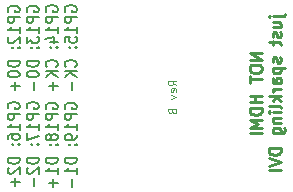
<source format=gbr>
%TF.GenerationSoftware,KiCad,Pcbnew,(6.0.7)*%
%TF.CreationDate,2022-09-16T05:20:12-07:00*%
%TF.ProjectId,dvi-sock,6476692d-736f-4636-9b2e-6b696361645f,rev?*%
%TF.SameCoordinates,Original*%
%TF.FileFunction,Legend,Bot*%
%TF.FilePolarity,Positive*%
%FSLAX46Y46*%
G04 Gerber Fmt 4.6, Leading zero omitted, Abs format (unit mm)*
G04 Created by KiCad (PCBNEW (6.0.7)) date 2022-09-16 05:20:12*
%MOMM*%
%LPD*%
G01*
G04 APERTURE LIST*
%ADD10C,0.250000*%
%ADD11C,0.130000*%
%ADD12C,0.120000*%
G04 APERTURE END LIST*
D10*
X165128380Y-81329638D02*
X164128380Y-81329638D01*
X165128380Y-81901066D01*
X164128380Y-81901066D01*
X164128380Y-82567733D02*
X164128380Y-82758209D01*
X164176000Y-82853447D01*
X164271238Y-82948685D01*
X164461714Y-82996304D01*
X164795047Y-82996304D01*
X164985523Y-82948685D01*
X165080761Y-82853447D01*
X165128380Y-82758209D01*
X165128380Y-82567733D01*
X165080761Y-82472495D01*
X164985523Y-82377257D01*
X164795047Y-82329638D01*
X164461714Y-82329638D01*
X164271238Y-82377257D01*
X164176000Y-82472495D01*
X164128380Y-82567733D01*
X164128380Y-83282019D02*
X164128380Y-83853447D01*
X165128380Y-83567733D02*
X164128380Y-83567733D01*
X165128380Y-84948685D02*
X164128380Y-84948685D01*
X164604571Y-84948685D02*
X164604571Y-85520114D01*
X165128380Y-85520114D02*
X164128380Y-85520114D01*
X165128380Y-85996304D02*
X164128380Y-85996304D01*
X164128380Y-86234400D01*
X164176000Y-86377257D01*
X164271238Y-86472495D01*
X164366476Y-86520114D01*
X164556952Y-86567733D01*
X164699809Y-86567733D01*
X164890285Y-86520114D01*
X164985523Y-86472495D01*
X165080761Y-86377257D01*
X165128380Y-86234400D01*
X165128380Y-85996304D01*
X165128380Y-86996304D02*
X164128380Y-86996304D01*
X164842666Y-87329638D01*
X164128380Y-87662971D01*
X165128380Y-87662971D01*
X165128380Y-88139161D02*
X164128380Y-88139161D01*
X166071714Y-78234400D02*
X166928857Y-78234400D01*
X167024095Y-78186780D01*
X167071714Y-78091542D01*
X167071714Y-78043923D01*
X165738380Y-78234400D02*
X165786000Y-78186780D01*
X165833619Y-78234400D01*
X165786000Y-78282019D01*
X165738380Y-78234400D01*
X165833619Y-78234400D01*
X166071714Y-79139161D02*
X166738380Y-79139161D01*
X166071714Y-78710590D02*
X166595523Y-78710590D01*
X166690761Y-78758209D01*
X166738380Y-78853447D01*
X166738380Y-78996304D01*
X166690761Y-79091542D01*
X166643142Y-79139161D01*
X166690761Y-79567733D02*
X166738380Y-79662971D01*
X166738380Y-79853447D01*
X166690761Y-79948685D01*
X166595523Y-79996304D01*
X166547904Y-79996304D01*
X166452666Y-79948685D01*
X166405047Y-79853447D01*
X166405047Y-79710590D01*
X166357428Y-79615352D01*
X166262190Y-79567733D01*
X166214571Y-79567733D01*
X166119333Y-79615352D01*
X166071714Y-79710590D01*
X166071714Y-79853447D01*
X166119333Y-79948685D01*
X166071714Y-80282019D02*
X166071714Y-80662971D01*
X165738380Y-80424876D02*
X166595523Y-80424876D01*
X166690761Y-80472495D01*
X166738380Y-80567733D01*
X166738380Y-80662971D01*
X166690761Y-81710590D02*
X166738380Y-81805828D01*
X166738380Y-81996304D01*
X166690761Y-82091542D01*
X166595523Y-82139161D01*
X166547904Y-82139161D01*
X166452666Y-82091542D01*
X166405047Y-81996304D01*
X166405047Y-81853447D01*
X166357428Y-81758209D01*
X166262190Y-81710590D01*
X166214571Y-81710590D01*
X166119333Y-81758209D01*
X166071714Y-81853447D01*
X166071714Y-81996304D01*
X166119333Y-82091542D01*
X166071714Y-82567733D02*
X167071714Y-82567733D01*
X166119333Y-82567733D02*
X166071714Y-82662971D01*
X166071714Y-82853447D01*
X166119333Y-82948685D01*
X166166952Y-82996304D01*
X166262190Y-83043923D01*
X166547904Y-83043923D01*
X166643142Y-82996304D01*
X166690761Y-82948685D01*
X166738380Y-82853447D01*
X166738380Y-82662971D01*
X166690761Y-82567733D01*
X166738380Y-83901066D02*
X166214571Y-83901066D01*
X166119333Y-83853447D01*
X166071714Y-83758209D01*
X166071714Y-83567733D01*
X166119333Y-83472495D01*
X166690761Y-83901066D02*
X166738380Y-83805828D01*
X166738380Y-83567733D01*
X166690761Y-83472495D01*
X166595523Y-83424876D01*
X166500285Y-83424876D01*
X166405047Y-83472495D01*
X166357428Y-83567733D01*
X166357428Y-83805828D01*
X166309809Y-83901066D01*
X166738380Y-84377257D02*
X166071714Y-84377257D01*
X166262190Y-84377257D02*
X166166952Y-84424876D01*
X166119333Y-84472495D01*
X166071714Y-84567733D01*
X166071714Y-84662971D01*
X166738380Y-84996304D02*
X165738380Y-84996304D01*
X166357428Y-85091542D02*
X166738380Y-85377257D01*
X166071714Y-85377257D02*
X166452666Y-84996304D01*
X166738380Y-85948685D02*
X166690761Y-85853447D01*
X166595523Y-85805828D01*
X165738380Y-85805828D01*
X166738380Y-86329638D02*
X166071714Y-86329638D01*
X165738380Y-86329638D02*
X165786000Y-86282019D01*
X165833619Y-86329638D01*
X165786000Y-86377257D01*
X165738380Y-86329638D01*
X165833619Y-86329638D01*
X166071714Y-86805828D02*
X166738380Y-86805828D01*
X166166952Y-86805828D02*
X166119333Y-86853447D01*
X166071714Y-86948685D01*
X166071714Y-87091542D01*
X166119333Y-87186780D01*
X166214571Y-87234400D01*
X166738380Y-87234400D01*
X166071714Y-88139161D02*
X166881238Y-88139161D01*
X166976476Y-88091542D01*
X167024095Y-88043923D01*
X167071714Y-87948685D01*
X167071714Y-87805828D01*
X167024095Y-87710590D01*
X166690761Y-88139161D02*
X166738380Y-88043923D01*
X166738380Y-87853447D01*
X166690761Y-87758209D01*
X166643142Y-87710590D01*
X166547904Y-87662971D01*
X166262190Y-87662971D01*
X166166952Y-87710590D01*
X166119333Y-87758209D01*
X166071714Y-87853447D01*
X166071714Y-88043923D01*
X166119333Y-88139161D01*
X166738380Y-89377257D02*
X165738380Y-89377257D01*
X165738380Y-89615352D01*
X165786000Y-89758209D01*
X165881238Y-89853447D01*
X165976476Y-89901066D01*
X166166952Y-89948685D01*
X166309809Y-89948685D01*
X166500285Y-89901066D01*
X166595523Y-89853447D01*
X166690761Y-89758209D01*
X166738380Y-89615352D01*
X166738380Y-89377257D01*
X165738380Y-90234400D02*
X166738380Y-90567733D01*
X165738380Y-90901066D01*
X166738380Y-91234399D02*
X165738380Y-91234399D01*
D11*
X143685000Y-77842857D02*
X143637380Y-77757142D01*
X143637380Y-77628571D01*
X143685000Y-77500000D01*
X143780238Y-77414285D01*
X143875476Y-77371428D01*
X144065952Y-77328571D01*
X144208809Y-77328571D01*
X144399285Y-77371428D01*
X144494523Y-77414285D01*
X144589761Y-77500000D01*
X144637380Y-77628571D01*
X144637380Y-77714285D01*
X144589761Y-77842857D01*
X144542142Y-77885714D01*
X144208809Y-77885714D01*
X144208809Y-77714285D01*
X144637380Y-78271428D02*
X143637380Y-78271428D01*
X143637380Y-78614285D01*
X143685000Y-78700000D01*
X143732619Y-78742857D01*
X143827857Y-78785714D01*
X143970714Y-78785714D01*
X144065952Y-78742857D01*
X144113571Y-78700000D01*
X144161190Y-78614285D01*
X144161190Y-78271428D01*
X144637380Y-79642857D02*
X144637380Y-79128571D01*
X144637380Y-79385714D02*
X143637380Y-79385714D01*
X143780238Y-79300000D01*
X143875476Y-79214285D01*
X143923095Y-79128571D01*
X143732619Y-79985714D02*
X143685000Y-80028571D01*
X143637380Y-80114285D01*
X143637380Y-80328571D01*
X143685000Y-80414285D01*
X143732619Y-80457142D01*
X143827857Y-80500000D01*
X143923095Y-80500000D01*
X144065952Y-80457142D01*
X144637380Y-79942857D01*
X144637380Y-80500000D01*
X144542142Y-80885714D02*
X144589761Y-80928571D01*
X144637380Y-80885714D01*
X144589761Y-80842857D01*
X144542142Y-80885714D01*
X144637380Y-80885714D01*
X144018333Y-80885714D02*
X144065952Y-80928571D01*
X144113571Y-80885714D01*
X144065952Y-80842857D01*
X144018333Y-80885714D01*
X144113571Y-80885714D01*
X144637380Y-82000000D02*
X143637380Y-82000000D01*
X143637380Y-82214285D01*
X143685000Y-82342857D01*
X143780238Y-82428571D01*
X143875476Y-82471428D01*
X144065952Y-82514285D01*
X144208809Y-82514285D01*
X144399285Y-82471428D01*
X144494523Y-82428571D01*
X144589761Y-82342857D01*
X144637380Y-82214285D01*
X144637380Y-82000000D01*
X143637380Y-83071428D02*
X143637380Y-83157142D01*
X143685000Y-83242857D01*
X143732619Y-83285714D01*
X143827857Y-83328571D01*
X144018333Y-83371428D01*
X144256428Y-83371428D01*
X144446904Y-83328571D01*
X144542142Y-83285714D01*
X144589761Y-83242857D01*
X144637380Y-83157142D01*
X144637380Y-83071428D01*
X144589761Y-82985714D01*
X144542142Y-82942857D01*
X144446904Y-82900000D01*
X144256428Y-82857142D01*
X144018333Y-82857142D01*
X143827857Y-82900000D01*
X143732619Y-82942857D01*
X143685000Y-82985714D01*
X143637380Y-83071428D01*
X144256428Y-83757142D02*
X144256428Y-84442857D01*
X144637380Y-84100000D02*
X143875476Y-84100000D01*
X143685000Y-86028571D02*
X143637380Y-85942857D01*
X143637380Y-85814285D01*
X143685000Y-85685714D01*
X143780238Y-85600000D01*
X143875476Y-85557142D01*
X144065952Y-85514285D01*
X144208809Y-85514285D01*
X144399285Y-85557142D01*
X144494523Y-85600000D01*
X144589761Y-85685714D01*
X144637380Y-85814285D01*
X144637380Y-85900000D01*
X144589761Y-86028571D01*
X144542142Y-86071428D01*
X144208809Y-86071428D01*
X144208809Y-85900000D01*
X144637380Y-86457142D02*
X143637380Y-86457142D01*
X143637380Y-86800000D01*
X143685000Y-86885714D01*
X143732619Y-86928571D01*
X143827857Y-86971428D01*
X143970714Y-86971428D01*
X144065952Y-86928571D01*
X144113571Y-86885714D01*
X144161190Y-86800000D01*
X144161190Y-86457142D01*
X144637380Y-87828571D02*
X144637380Y-87314285D01*
X144637380Y-87571428D02*
X143637380Y-87571428D01*
X143780238Y-87485714D01*
X143875476Y-87400000D01*
X143923095Y-87314285D01*
X143637380Y-88600000D02*
X143637380Y-88428571D01*
X143685000Y-88342857D01*
X143732619Y-88300000D01*
X143875476Y-88214285D01*
X144065952Y-88171428D01*
X144446904Y-88171428D01*
X144542142Y-88214285D01*
X144589761Y-88257142D01*
X144637380Y-88342857D01*
X144637380Y-88514285D01*
X144589761Y-88600000D01*
X144542142Y-88642857D01*
X144446904Y-88685714D01*
X144208809Y-88685714D01*
X144113571Y-88642857D01*
X144065952Y-88600000D01*
X144018333Y-88514285D01*
X144018333Y-88342857D01*
X144065952Y-88257142D01*
X144113571Y-88214285D01*
X144208809Y-88171428D01*
X144542142Y-89071428D02*
X144589761Y-89114285D01*
X144637380Y-89071428D01*
X144589761Y-89028571D01*
X144542142Y-89071428D01*
X144637380Y-89071428D01*
X144018333Y-89071428D02*
X144065952Y-89114285D01*
X144113571Y-89071428D01*
X144065952Y-89028571D01*
X144018333Y-89071428D01*
X144113571Y-89071428D01*
X144637380Y-90185714D02*
X143637380Y-90185714D01*
X143637380Y-90400000D01*
X143685000Y-90528571D01*
X143780238Y-90614285D01*
X143875476Y-90657142D01*
X144065952Y-90700000D01*
X144208809Y-90700000D01*
X144399285Y-90657142D01*
X144494523Y-90614285D01*
X144589761Y-90528571D01*
X144637380Y-90400000D01*
X144637380Y-90185714D01*
X143732619Y-91042857D02*
X143685000Y-91085714D01*
X143637380Y-91171428D01*
X143637380Y-91385714D01*
X143685000Y-91471428D01*
X143732619Y-91514285D01*
X143827857Y-91557142D01*
X143923095Y-91557142D01*
X144065952Y-91514285D01*
X144637380Y-91000000D01*
X144637380Y-91557142D01*
X144256428Y-91942857D02*
X144256428Y-92628571D01*
X144637380Y-92285714D02*
X143875476Y-92285714D01*
X145295000Y-77842857D02*
X145247380Y-77757142D01*
X145247380Y-77628571D01*
X145295000Y-77500000D01*
X145390238Y-77414285D01*
X145485476Y-77371428D01*
X145675952Y-77328571D01*
X145818809Y-77328571D01*
X146009285Y-77371428D01*
X146104523Y-77414285D01*
X146199761Y-77500000D01*
X146247380Y-77628571D01*
X146247380Y-77714285D01*
X146199761Y-77842857D01*
X146152142Y-77885714D01*
X145818809Y-77885714D01*
X145818809Y-77714285D01*
X146247380Y-78271428D02*
X145247380Y-78271428D01*
X145247380Y-78614285D01*
X145295000Y-78700000D01*
X145342619Y-78742857D01*
X145437857Y-78785714D01*
X145580714Y-78785714D01*
X145675952Y-78742857D01*
X145723571Y-78700000D01*
X145771190Y-78614285D01*
X145771190Y-78271428D01*
X146247380Y-79642857D02*
X146247380Y-79128571D01*
X146247380Y-79385714D02*
X145247380Y-79385714D01*
X145390238Y-79300000D01*
X145485476Y-79214285D01*
X145533095Y-79128571D01*
X145247380Y-79942857D02*
X145247380Y-80500000D01*
X145628333Y-80200000D01*
X145628333Y-80328571D01*
X145675952Y-80414285D01*
X145723571Y-80457142D01*
X145818809Y-80500000D01*
X146056904Y-80500000D01*
X146152142Y-80457142D01*
X146199761Y-80414285D01*
X146247380Y-80328571D01*
X146247380Y-80071428D01*
X146199761Y-79985714D01*
X146152142Y-79942857D01*
X146152142Y-80885714D02*
X146199761Y-80928571D01*
X146247380Y-80885714D01*
X146199761Y-80842857D01*
X146152142Y-80885714D01*
X146247380Y-80885714D01*
X145628333Y-80885714D02*
X145675952Y-80928571D01*
X145723571Y-80885714D01*
X145675952Y-80842857D01*
X145628333Y-80885714D01*
X145723571Y-80885714D01*
X146247380Y-82000000D02*
X145247380Y-82000000D01*
X145247380Y-82214285D01*
X145295000Y-82342857D01*
X145390238Y-82428571D01*
X145485476Y-82471428D01*
X145675952Y-82514285D01*
X145818809Y-82514285D01*
X146009285Y-82471428D01*
X146104523Y-82428571D01*
X146199761Y-82342857D01*
X146247380Y-82214285D01*
X146247380Y-82000000D01*
X145247380Y-83071428D02*
X145247380Y-83157142D01*
X145295000Y-83242857D01*
X145342619Y-83285714D01*
X145437857Y-83328571D01*
X145628333Y-83371428D01*
X145866428Y-83371428D01*
X146056904Y-83328571D01*
X146152142Y-83285714D01*
X146199761Y-83242857D01*
X146247380Y-83157142D01*
X146247380Y-83071428D01*
X146199761Y-82985714D01*
X146152142Y-82942857D01*
X146056904Y-82900000D01*
X145866428Y-82857142D01*
X145628333Y-82857142D01*
X145437857Y-82900000D01*
X145342619Y-82942857D01*
X145295000Y-82985714D01*
X145247380Y-83071428D01*
X145866428Y-83757142D02*
X145866428Y-84442857D01*
X145295000Y-86028571D02*
X145247380Y-85942857D01*
X145247380Y-85814285D01*
X145295000Y-85685714D01*
X145390238Y-85600000D01*
X145485476Y-85557142D01*
X145675952Y-85514285D01*
X145818809Y-85514285D01*
X146009285Y-85557142D01*
X146104523Y-85600000D01*
X146199761Y-85685714D01*
X146247380Y-85814285D01*
X146247380Y-85900000D01*
X146199761Y-86028571D01*
X146152142Y-86071428D01*
X145818809Y-86071428D01*
X145818809Y-85900000D01*
X146247380Y-86457142D02*
X145247380Y-86457142D01*
X145247380Y-86800000D01*
X145295000Y-86885714D01*
X145342619Y-86928571D01*
X145437857Y-86971428D01*
X145580714Y-86971428D01*
X145675952Y-86928571D01*
X145723571Y-86885714D01*
X145771190Y-86800000D01*
X145771190Y-86457142D01*
X146247380Y-87828571D02*
X146247380Y-87314285D01*
X146247380Y-87571428D02*
X145247380Y-87571428D01*
X145390238Y-87485714D01*
X145485476Y-87400000D01*
X145533095Y-87314285D01*
X145247380Y-88128571D02*
X145247380Y-88728571D01*
X146247380Y-88342857D01*
X146152142Y-89071428D02*
X146199761Y-89114285D01*
X146247380Y-89071428D01*
X146199761Y-89028571D01*
X146152142Y-89071428D01*
X146247380Y-89071428D01*
X145628333Y-89071428D02*
X145675952Y-89114285D01*
X145723571Y-89071428D01*
X145675952Y-89028571D01*
X145628333Y-89071428D01*
X145723571Y-89071428D01*
X146247380Y-90185714D02*
X145247380Y-90185714D01*
X145247380Y-90400000D01*
X145295000Y-90528571D01*
X145390238Y-90614285D01*
X145485476Y-90657142D01*
X145675952Y-90700000D01*
X145818809Y-90700000D01*
X146009285Y-90657142D01*
X146104523Y-90614285D01*
X146199761Y-90528571D01*
X146247380Y-90400000D01*
X146247380Y-90185714D01*
X145342619Y-91042857D02*
X145295000Y-91085714D01*
X145247380Y-91171428D01*
X145247380Y-91385714D01*
X145295000Y-91471428D01*
X145342619Y-91514285D01*
X145437857Y-91557142D01*
X145533095Y-91557142D01*
X145675952Y-91514285D01*
X146247380Y-91000000D01*
X146247380Y-91557142D01*
X145866428Y-91942857D02*
X145866428Y-92628571D01*
X146905000Y-77821428D02*
X146857380Y-77735714D01*
X146857380Y-77607142D01*
X146905000Y-77478571D01*
X147000238Y-77392857D01*
X147095476Y-77350000D01*
X147285952Y-77307142D01*
X147428809Y-77307142D01*
X147619285Y-77350000D01*
X147714523Y-77392857D01*
X147809761Y-77478571D01*
X147857380Y-77607142D01*
X147857380Y-77692857D01*
X147809761Y-77821428D01*
X147762142Y-77864285D01*
X147428809Y-77864285D01*
X147428809Y-77692857D01*
X147857380Y-78250000D02*
X146857380Y-78250000D01*
X146857380Y-78592857D01*
X146905000Y-78678571D01*
X146952619Y-78721428D01*
X147047857Y-78764285D01*
X147190714Y-78764285D01*
X147285952Y-78721428D01*
X147333571Y-78678571D01*
X147381190Y-78592857D01*
X147381190Y-78250000D01*
X147857380Y-79621428D02*
X147857380Y-79107142D01*
X147857380Y-79364285D02*
X146857380Y-79364285D01*
X147000238Y-79278571D01*
X147095476Y-79192857D01*
X147143095Y-79107142D01*
X147190714Y-80392857D02*
X147857380Y-80392857D01*
X146809761Y-80178571D02*
X147524047Y-79964285D01*
X147524047Y-80521428D01*
X147762142Y-80864285D02*
X147809761Y-80907142D01*
X147857380Y-80864285D01*
X147809761Y-80821428D01*
X147762142Y-80864285D01*
X147857380Y-80864285D01*
X147238333Y-80864285D02*
X147285952Y-80907142D01*
X147333571Y-80864285D01*
X147285952Y-80821428D01*
X147238333Y-80864285D01*
X147333571Y-80864285D01*
X147762142Y-82492857D02*
X147809761Y-82450000D01*
X147857380Y-82321428D01*
X147857380Y-82235714D01*
X147809761Y-82107142D01*
X147714523Y-82021428D01*
X147619285Y-81978571D01*
X147428809Y-81935714D01*
X147285952Y-81935714D01*
X147095476Y-81978571D01*
X147000238Y-82021428D01*
X146905000Y-82107142D01*
X146857380Y-82235714D01*
X146857380Y-82321428D01*
X146905000Y-82450000D01*
X146952619Y-82492857D01*
X147857380Y-82878571D02*
X146857380Y-82878571D01*
X147857380Y-83392857D02*
X147285952Y-83007142D01*
X146857380Y-83392857D02*
X147428809Y-82878571D01*
X147476428Y-83778571D02*
X147476428Y-84464285D01*
X147857380Y-84121428D02*
X147095476Y-84121428D01*
X146905000Y-86050000D02*
X146857380Y-85964285D01*
X146857380Y-85835714D01*
X146905000Y-85707142D01*
X147000238Y-85621428D01*
X147095476Y-85578571D01*
X147285952Y-85535714D01*
X147428809Y-85535714D01*
X147619285Y-85578571D01*
X147714523Y-85621428D01*
X147809761Y-85707142D01*
X147857380Y-85835714D01*
X147857380Y-85921428D01*
X147809761Y-86050000D01*
X147762142Y-86092857D01*
X147428809Y-86092857D01*
X147428809Y-85921428D01*
X147857380Y-86478571D02*
X146857380Y-86478571D01*
X146857380Y-86821428D01*
X146905000Y-86907142D01*
X146952619Y-86950000D01*
X147047857Y-86992857D01*
X147190714Y-86992857D01*
X147285952Y-86950000D01*
X147333571Y-86907142D01*
X147381190Y-86821428D01*
X147381190Y-86478571D01*
X147857380Y-87850000D02*
X147857380Y-87335714D01*
X147857380Y-87592857D02*
X146857380Y-87592857D01*
X147000238Y-87507142D01*
X147095476Y-87421428D01*
X147143095Y-87335714D01*
X147285952Y-88364285D02*
X147238333Y-88278571D01*
X147190714Y-88235714D01*
X147095476Y-88192857D01*
X147047857Y-88192857D01*
X146952619Y-88235714D01*
X146905000Y-88278571D01*
X146857380Y-88364285D01*
X146857380Y-88535714D01*
X146905000Y-88621428D01*
X146952619Y-88664285D01*
X147047857Y-88707142D01*
X147095476Y-88707142D01*
X147190714Y-88664285D01*
X147238333Y-88621428D01*
X147285952Y-88535714D01*
X147285952Y-88364285D01*
X147333571Y-88278571D01*
X147381190Y-88235714D01*
X147476428Y-88192857D01*
X147666904Y-88192857D01*
X147762142Y-88235714D01*
X147809761Y-88278571D01*
X147857380Y-88364285D01*
X147857380Y-88535714D01*
X147809761Y-88621428D01*
X147762142Y-88664285D01*
X147666904Y-88707142D01*
X147476428Y-88707142D01*
X147381190Y-88664285D01*
X147333571Y-88621428D01*
X147285952Y-88535714D01*
X147762142Y-89092857D02*
X147809761Y-89135714D01*
X147857380Y-89092857D01*
X147809761Y-89050000D01*
X147762142Y-89092857D01*
X147857380Y-89092857D01*
X147238333Y-89092857D02*
X147285952Y-89135714D01*
X147333571Y-89092857D01*
X147285952Y-89050000D01*
X147238333Y-89092857D01*
X147333571Y-89092857D01*
X147857380Y-90207142D02*
X146857380Y-90207142D01*
X146857380Y-90421428D01*
X146905000Y-90550000D01*
X147000238Y-90635714D01*
X147095476Y-90678571D01*
X147285952Y-90721428D01*
X147428809Y-90721428D01*
X147619285Y-90678571D01*
X147714523Y-90635714D01*
X147809761Y-90550000D01*
X147857380Y-90421428D01*
X147857380Y-90207142D01*
X147857380Y-91578571D02*
X147857380Y-91064285D01*
X147857380Y-91321428D02*
X146857380Y-91321428D01*
X147000238Y-91235714D01*
X147095476Y-91150000D01*
X147143095Y-91064285D01*
X147476428Y-91964285D02*
X147476428Y-92650000D01*
X147857380Y-92307142D02*
X147095476Y-92307142D01*
X148515000Y-77821428D02*
X148467380Y-77735714D01*
X148467380Y-77607142D01*
X148515000Y-77478571D01*
X148610238Y-77392857D01*
X148705476Y-77350000D01*
X148895952Y-77307142D01*
X149038809Y-77307142D01*
X149229285Y-77350000D01*
X149324523Y-77392857D01*
X149419761Y-77478571D01*
X149467380Y-77607142D01*
X149467380Y-77692857D01*
X149419761Y-77821428D01*
X149372142Y-77864285D01*
X149038809Y-77864285D01*
X149038809Y-77692857D01*
X149467380Y-78250000D02*
X148467380Y-78250000D01*
X148467380Y-78592857D01*
X148515000Y-78678571D01*
X148562619Y-78721428D01*
X148657857Y-78764285D01*
X148800714Y-78764285D01*
X148895952Y-78721428D01*
X148943571Y-78678571D01*
X148991190Y-78592857D01*
X148991190Y-78250000D01*
X149467380Y-79621428D02*
X149467380Y-79107142D01*
X149467380Y-79364285D02*
X148467380Y-79364285D01*
X148610238Y-79278571D01*
X148705476Y-79192857D01*
X148753095Y-79107142D01*
X148467380Y-80435714D02*
X148467380Y-80007142D01*
X148943571Y-79964285D01*
X148895952Y-80007142D01*
X148848333Y-80092857D01*
X148848333Y-80307142D01*
X148895952Y-80392857D01*
X148943571Y-80435714D01*
X149038809Y-80478571D01*
X149276904Y-80478571D01*
X149372142Y-80435714D01*
X149419761Y-80392857D01*
X149467380Y-80307142D01*
X149467380Y-80092857D01*
X149419761Y-80007142D01*
X149372142Y-79964285D01*
X149372142Y-80864285D02*
X149419761Y-80907142D01*
X149467380Y-80864285D01*
X149419761Y-80821428D01*
X149372142Y-80864285D01*
X149467380Y-80864285D01*
X148848333Y-80864285D02*
X148895952Y-80907142D01*
X148943571Y-80864285D01*
X148895952Y-80821428D01*
X148848333Y-80864285D01*
X148943571Y-80864285D01*
X149372142Y-82492857D02*
X149419761Y-82450000D01*
X149467380Y-82321428D01*
X149467380Y-82235714D01*
X149419761Y-82107142D01*
X149324523Y-82021428D01*
X149229285Y-81978571D01*
X149038809Y-81935714D01*
X148895952Y-81935714D01*
X148705476Y-81978571D01*
X148610238Y-82021428D01*
X148515000Y-82107142D01*
X148467380Y-82235714D01*
X148467380Y-82321428D01*
X148515000Y-82450000D01*
X148562619Y-82492857D01*
X149467380Y-82878571D02*
X148467380Y-82878571D01*
X149467380Y-83392857D02*
X148895952Y-83007142D01*
X148467380Y-83392857D02*
X149038809Y-82878571D01*
X149086428Y-83778571D02*
X149086428Y-84464285D01*
X148515000Y-86050000D02*
X148467380Y-85964285D01*
X148467380Y-85835714D01*
X148515000Y-85707142D01*
X148610238Y-85621428D01*
X148705476Y-85578571D01*
X148895952Y-85535714D01*
X149038809Y-85535714D01*
X149229285Y-85578571D01*
X149324523Y-85621428D01*
X149419761Y-85707142D01*
X149467380Y-85835714D01*
X149467380Y-85921428D01*
X149419761Y-86050000D01*
X149372142Y-86092857D01*
X149038809Y-86092857D01*
X149038809Y-85921428D01*
X149467380Y-86478571D02*
X148467380Y-86478571D01*
X148467380Y-86821428D01*
X148515000Y-86907142D01*
X148562619Y-86950000D01*
X148657857Y-86992857D01*
X148800714Y-86992857D01*
X148895952Y-86950000D01*
X148943571Y-86907142D01*
X148991190Y-86821428D01*
X148991190Y-86478571D01*
X149467380Y-87850000D02*
X149467380Y-87335714D01*
X149467380Y-87592857D02*
X148467380Y-87592857D01*
X148610238Y-87507142D01*
X148705476Y-87421428D01*
X148753095Y-87335714D01*
X149467380Y-88278571D02*
X149467380Y-88450000D01*
X149419761Y-88535714D01*
X149372142Y-88578571D01*
X149229285Y-88664285D01*
X149038809Y-88707142D01*
X148657857Y-88707142D01*
X148562619Y-88664285D01*
X148515000Y-88621428D01*
X148467380Y-88535714D01*
X148467380Y-88364285D01*
X148515000Y-88278571D01*
X148562619Y-88235714D01*
X148657857Y-88192857D01*
X148895952Y-88192857D01*
X148991190Y-88235714D01*
X149038809Y-88278571D01*
X149086428Y-88364285D01*
X149086428Y-88535714D01*
X149038809Y-88621428D01*
X148991190Y-88664285D01*
X148895952Y-88707142D01*
X149372142Y-89092857D02*
X149419761Y-89135714D01*
X149467380Y-89092857D01*
X149419761Y-89050000D01*
X149372142Y-89092857D01*
X149467380Y-89092857D01*
X148848333Y-89092857D02*
X148895952Y-89135714D01*
X148943571Y-89092857D01*
X148895952Y-89050000D01*
X148848333Y-89092857D01*
X148943571Y-89092857D01*
X149467380Y-90207142D02*
X148467380Y-90207142D01*
X148467380Y-90421428D01*
X148515000Y-90550000D01*
X148610238Y-90635714D01*
X148705476Y-90678571D01*
X148895952Y-90721428D01*
X149038809Y-90721428D01*
X149229285Y-90678571D01*
X149324523Y-90635714D01*
X149419761Y-90550000D01*
X149467380Y-90421428D01*
X149467380Y-90207142D01*
X149467380Y-91578571D02*
X149467380Y-91064285D01*
X149467380Y-91321428D02*
X148467380Y-91321428D01*
X148610238Y-91235714D01*
X148705476Y-91150000D01*
X148753095Y-91064285D01*
X149086428Y-91964285D02*
X149086428Y-92650000D01*
D12*
X157923666Y-84072533D02*
X157590333Y-83839200D01*
X157923666Y-83672533D02*
X157223666Y-83672533D01*
X157223666Y-83939200D01*
X157257000Y-84005866D01*
X157290333Y-84039200D01*
X157357000Y-84072533D01*
X157457000Y-84072533D01*
X157523666Y-84039200D01*
X157557000Y-84005866D01*
X157590333Y-83939200D01*
X157590333Y-83672533D01*
X157890333Y-84639200D02*
X157923666Y-84572533D01*
X157923666Y-84439200D01*
X157890333Y-84372533D01*
X157823666Y-84339200D01*
X157557000Y-84339200D01*
X157490333Y-84372533D01*
X157457000Y-84439200D01*
X157457000Y-84572533D01*
X157490333Y-84639200D01*
X157557000Y-84672533D01*
X157623666Y-84672533D01*
X157690333Y-84339200D01*
X157457000Y-84905866D02*
X157923666Y-85072533D01*
X157457000Y-85239200D01*
X157557000Y-86272533D02*
X157590333Y-86372533D01*
X157623666Y-86405866D01*
X157690333Y-86439200D01*
X157790333Y-86439200D01*
X157857000Y-86405866D01*
X157890333Y-86372533D01*
X157923666Y-86305866D01*
X157923666Y-86039200D01*
X157223666Y-86039200D01*
X157223666Y-86272533D01*
X157257000Y-86339200D01*
X157290333Y-86372533D01*
X157357000Y-86405866D01*
X157423666Y-86405866D01*
X157490333Y-86372533D01*
X157523666Y-86339200D01*
X157557000Y-86272533D01*
X157557000Y-86039200D01*
M02*

</source>
